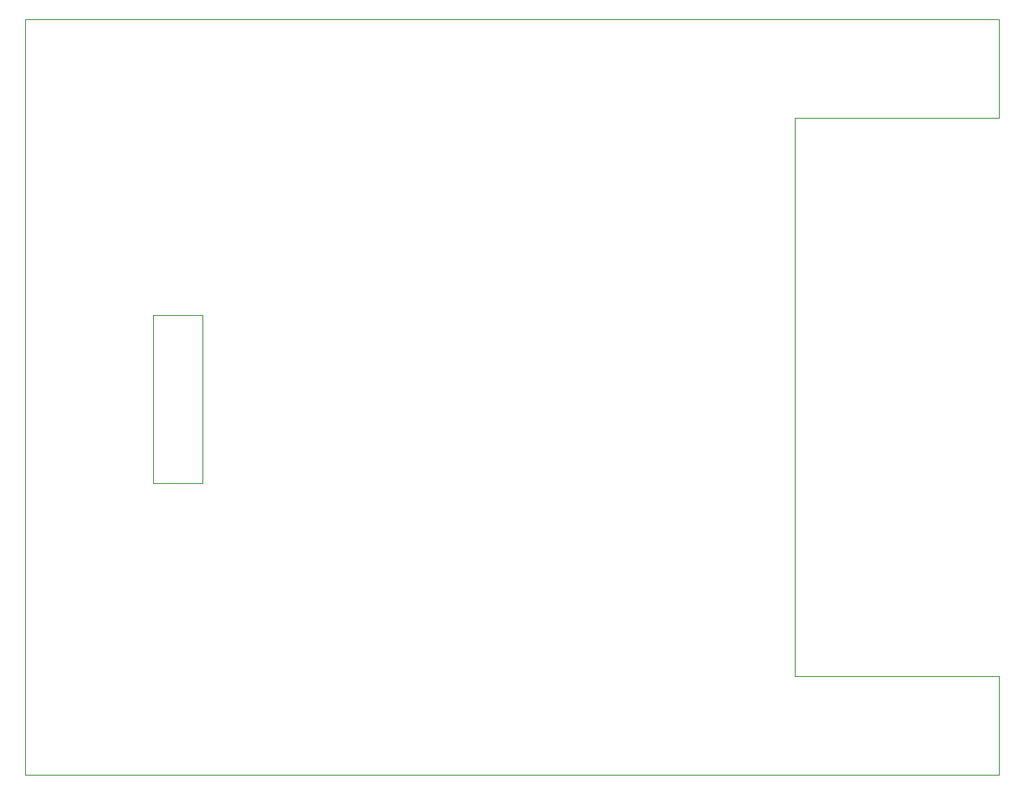
<source format=gm1>
G04 #@! TF.GenerationSoftware,KiCad,Pcbnew,(6.0.5)*
G04 #@! TF.CreationDate,2022-09-01T21:04:14+01:00*
G04 #@! TF.ProjectId,Rpi-Zynthian-IOBoard,5270692d-5a79-46e7-9468-69616e2d494f,rev?*
G04 #@! TF.SameCoordinates,Original*
G04 #@! TF.FileFunction,Profile,NP*
%FSLAX46Y46*%
G04 Gerber Fmt 4.6, Leading zero omitted, Abs format (unit mm)*
G04 Created by KiCad (PCBNEW (6.0.5)) date 2022-09-01 21:04:14*
%MOMM*%
%LPD*%
G01*
G04 APERTURE LIST*
G04 #@! TA.AperFunction,Profile*
%ADD10C,0.100000*%
G04 #@! TD*
G04 APERTURE END LIST*
D10*
X100000000Y-50000000D02*
X198580000Y-50000000D01*
X117980000Y-97030000D02*
X112980000Y-97030000D01*
X112980000Y-97030000D02*
X112980000Y-80030000D01*
X112980000Y-80030000D02*
X117980000Y-80030000D01*
X117980000Y-80030000D02*
X117980000Y-97030000D01*
X198580000Y-60000000D02*
X177920000Y-60000000D01*
X198580000Y-116540000D02*
X198580000Y-126540000D01*
X177920000Y-60000000D02*
X177920000Y-116540000D01*
X100000000Y-126540000D02*
X100000000Y-50000000D01*
X198580000Y-116540000D02*
X177920000Y-116540000D01*
X198580000Y-50000000D02*
X198580000Y-60000000D01*
X100000000Y-126540000D02*
X198580000Y-126540000D01*
M02*

</source>
